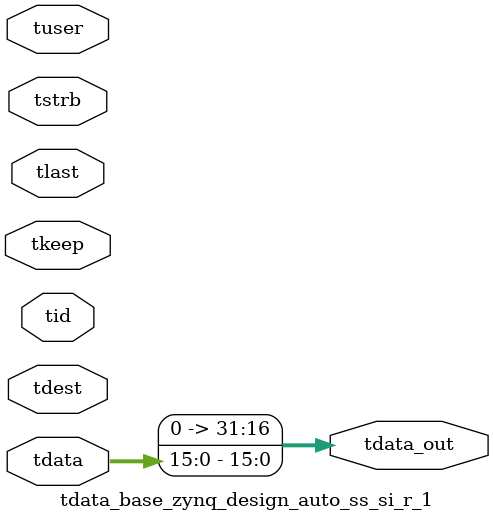
<source format=v>


`timescale 1ps/1ps

module tdata_base_zynq_design_auto_ss_si_r_1 #
(
parameter C_S_AXIS_TDATA_WIDTH = 32,
parameter C_S_AXIS_TUSER_WIDTH = 0,
parameter C_S_AXIS_TID_WIDTH   = 0,
parameter C_S_AXIS_TDEST_WIDTH = 0,
parameter C_M_AXIS_TDATA_WIDTH = 32
)
(
input  [(C_S_AXIS_TDATA_WIDTH == 0 ? 1 : C_S_AXIS_TDATA_WIDTH)-1:0     ] tdata,
input  [(C_S_AXIS_TUSER_WIDTH == 0 ? 1 : C_S_AXIS_TUSER_WIDTH)-1:0     ] tuser,
input  [(C_S_AXIS_TID_WIDTH   == 0 ? 1 : C_S_AXIS_TID_WIDTH)-1:0       ] tid,
input  [(C_S_AXIS_TDEST_WIDTH == 0 ? 1 : C_S_AXIS_TDEST_WIDTH)-1:0     ] tdest,
input  [(C_S_AXIS_TDATA_WIDTH/8)-1:0 ] tkeep,
input  [(C_S_AXIS_TDATA_WIDTH/8)-1:0 ] tstrb,
input                                                                    tlast,
output [C_M_AXIS_TDATA_WIDTH-1:0] tdata_out
);

assign tdata_out = {tdata[15:0]};

endmodule


</source>
